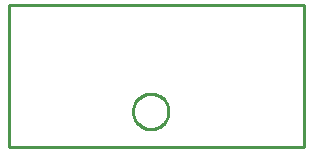
<source format=gbr>
G04 EAGLE Gerber RS-274X export*
G75*
%MOMM*%
%FSLAX34Y34*%
%LPD*%
%IN*%
%IPPOS*%
%AMOC8*
5,1,8,0,0,1.08239X$1,22.5*%
G01*
%ADD10C,0.254000*%


D10*
X0Y0D02*
X250000Y0D01*
X250000Y120000D01*
X0Y120000D01*
X0Y0D01*
X135000Y29464D02*
X134924Y28396D01*
X134771Y27335D01*
X134543Y26288D01*
X134241Y25260D01*
X133867Y24256D01*
X133422Y23281D01*
X132908Y22341D01*
X132329Y21440D01*
X131687Y20582D01*
X130985Y19772D01*
X130228Y19015D01*
X129418Y18313D01*
X128560Y17671D01*
X127659Y17092D01*
X126719Y16578D01*
X125744Y16133D01*
X124740Y15759D01*
X123712Y15457D01*
X122665Y15229D01*
X121604Y15076D01*
X120536Y15000D01*
X119464Y15000D01*
X118396Y15076D01*
X117335Y15229D01*
X116288Y15457D01*
X115260Y15759D01*
X114256Y16133D01*
X113281Y16578D01*
X112341Y17092D01*
X111440Y17671D01*
X110582Y18313D01*
X109772Y19015D01*
X109015Y19772D01*
X108313Y20582D01*
X107671Y21440D01*
X107092Y22341D01*
X106578Y23281D01*
X106133Y24256D01*
X105759Y25260D01*
X105457Y26288D01*
X105229Y27335D01*
X105076Y28396D01*
X105000Y29464D01*
X105000Y30536D01*
X105076Y31604D01*
X105229Y32665D01*
X105457Y33712D01*
X105759Y34740D01*
X106133Y35744D01*
X106578Y36719D01*
X107092Y37659D01*
X107671Y38560D01*
X108313Y39418D01*
X109015Y40228D01*
X109772Y40985D01*
X110582Y41687D01*
X111440Y42329D01*
X112341Y42908D01*
X113281Y43422D01*
X114256Y43867D01*
X115260Y44241D01*
X116288Y44543D01*
X117335Y44771D01*
X118396Y44924D01*
X119464Y45000D01*
X120536Y45000D01*
X121604Y44924D01*
X122665Y44771D01*
X123712Y44543D01*
X124740Y44241D01*
X125744Y43867D01*
X126719Y43422D01*
X127659Y42908D01*
X128560Y42329D01*
X129418Y41687D01*
X130228Y40985D01*
X130985Y40228D01*
X131687Y39418D01*
X132329Y38560D01*
X132908Y37659D01*
X133422Y36719D01*
X133867Y35744D01*
X134241Y34740D01*
X134543Y33712D01*
X134771Y32665D01*
X134924Y31604D01*
X135000Y30536D01*
X135000Y29464D01*
M02*

</source>
